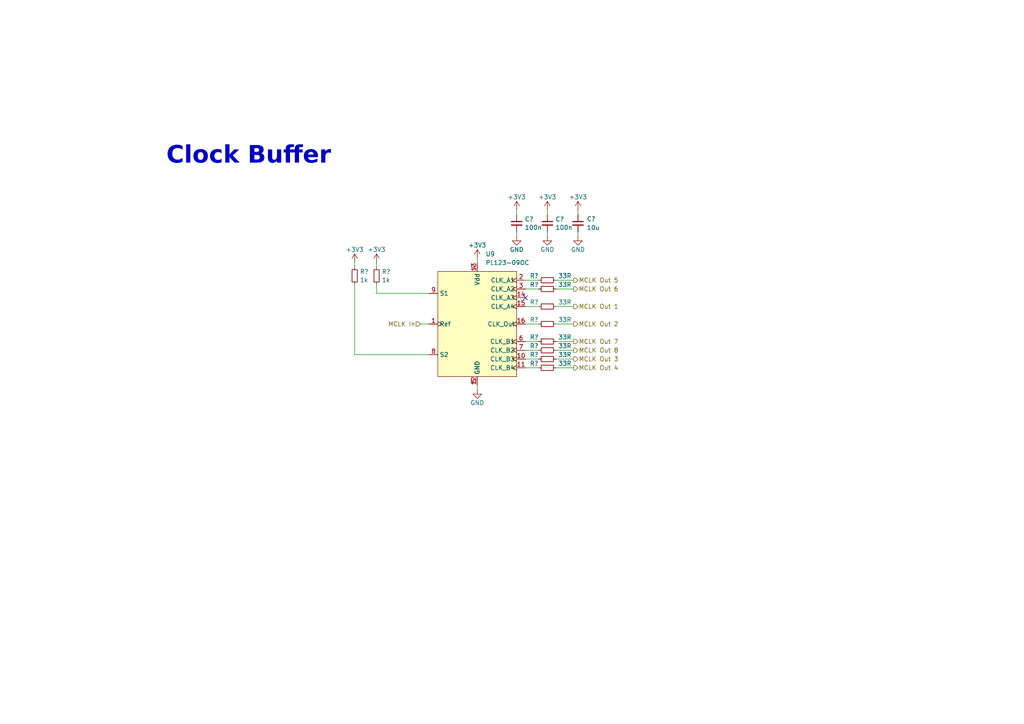
<source format=kicad_sch>
(kicad_sch (version 20230121) (generator eeschema)
  (paper "A4")
  (title_block (title "SmallDSP Maxi") (date "2024-02-19") (rev "1.1") (company "Till Heuer"))
  (lib_symbols
    (symbol "1_Project_Symbols:PL123-09OC"
      (property "Reference" "U" (at 2.54 19.05 0))
      (property "Value" "PL123-09OC" (at 6.35 16.51 0))
      (symbol "PL123-09OC_1_1"
        (rectangle (start -11.43 15.24) (end 11.43 -15.24) (fill (type background)))
        (pin input clock (at -13.97 0 0) (length 2.54) (name "Ref") (number "1"))
        (pin output clock (at 13.97 -10.16 180) (length 2.54) (name "CLK_B3") (number "10"))
        (pin output clock (at 13.97 -12.7 180) (length 2.54) (name "CLK_B4") (number "11"))
        (pin power_in line (at 0 -17.78 90) (length 2.54) (name "GND") (number "12"))
        (pin power_in line (at 0 17.78 270) (length 2.54) (name "Vdd") (number "13"))
        (pin output clock (at 13.97 7.62 180) (length 2.54) (name "CLK_A3") (number "14"))
        (pin output clock (at 13.97 5.08 180) (length 2.54) (name "CLK_A4") (number "15"))
        (pin output clock (at 13.97 0 180) (length 2.54) (name "CLK_Out") (number "16"))
        (pin output clock (at 13.97 12.7 180) (length 2.54) (name "CLK_A1") (number "2"))
        (pin output clock (at 13.97 10.16 180) (length 2.54) (name "CLK_A2") (number "3"))
        (pin power_in line (at 0 17.78 270) (length 2.54) (name "Vdd") (number "4"))
        (pin power_in line (at 0 -17.78 90) (length 2.54) (name "GND") (number "5"))
        (pin output clock (at 13.97 -5.08 180) (length 2.54) (name "CLK_B1") (number "6"))
        (pin output clock (at 13.97 -7.62 180) (length 2.54) (name "CLK_B2") (number "7"))
        (pin input line (at -13.97 -8.89 0) (length 2.54) (name "S2") (number "8"))
        (pin input line (at -13.97 8.89 0) (length 2.54) (name "S1") (number "9"))
      )
    )
    (symbol "Device:C_Small" (pin_numbers hide) (pin_names (offset 0.254) hide)
      (property "Reference" "C" (at 0.254 1.778 0))
      (property "Value" "C_Small" (at 0.254 -2.032 0))
      (symbol "C_Small_0_1"
        (polyline (pts (xy -1.524 -0.508) (xy 1.524 -0.508)) (stroke (width 0.3302)))
        (polyline (pts (xy -1.524 0.508) (xy 1.524 0.508)) (stroke (width 0.3048)))
      )
      (symbol "C_Small_1_1"
        (pin passive line (at 0 2.54 270) (length 2.032) (name "~") (number "1"))
        (pin passive line (at 0 -2.54 90) (length 2.032) (name "~") (number "2"))
      )
    )
    (symbol "Device:R_Small" (pin_numbers hide) (pin_names (offset 0.254) hide)
      (property "Reference" "R" (at 0.762 0.508 0))
      (property "Value" "R_Small" (at 0.762 -1.016 0))
      (symbol "R_Small_0_1"
        (rectangle (start -0.762 1.778) (end 0.762 -1.778) (stroke (width 0.2032)))
      )
      (symbol "R_Small_1_1"
        (pin passive line (at 0 2.54 270) (length 0.762) (name "~") (number "1"))
        (pin passive line (at 0 -2.54 90) (length 0.762) (name "~") (number "2"))
      )
    )
    (symbol "power:+3V3" (power) (pin_names (offset 0))
      (property "Value" "+3V3" (at 0 3.556 0))
      (symbol "+3V3_0_1"
        (polyline (pts (xy -0.762 1.27) (xy 0 2.54)))
        (polyline (pts (xy 0 0) (xy 0 2.54)))
        (polyline (pts (xy 0 2.54) (xy 0.762 1.27)))
      )
      (symbol "+3V3_1_1"
        (pin power_in line (at 0 0 90) (length 0) hide (name "+3V3") (number "1"))
      )
    )
    (symbol "power:GND" (power) (pin_names (offset 0))
      (property "Value" "GND" (at 0 -3.81 0))
      (symbol "GND_0_1"
        (polyline (pts (xy 0 0) (xy 0 -1.27) (xy 1.27 -1.27) (xy 0 -2.54) (xy -1.27 -1.27) (xy 0 -1.27)))
      )
      (symbol "GND_1_1"
        (pin power_in line (at 0 0 270) (length 0) hide (name "GND") (number "1"))
      )
    )
  )
  (no_connect (at 152.4 86.36))
  (wire (pts (xy 152.4 93.98) (xy 156.21 93.98)))
  (wire (pts (xy 152.4 83.82) (xy 156.21 83.82)))
  (wire (pts (xy 152.4 106.68) (xy 156.21 106.68)))
  (wire (pts (xy 102.87 102.87) (xy 124.46 102.87)))
  (wire (pts (xy 158.75 67.31) (xy 158.75 68.58)))
  (wire (pts (xy 109.22 85.09) (xy 124.46 85.09)))
  (wire (pts (xy 109.22 82.55) (xy 109.22 85.09)))
  (wire (pts (xy 152.4 104.14) (xy 156.21 104.14)))
  (wire (pts (xy 149.86 60.96) (xy 149.86 62.23)))
  (wire (pts (xy 161.29 83.82) (xy 166.37 83.82)))
  (wire (pts (xy 152.4 101.6) (xy 156.21 101.6)))
  (wire (pts (xy 167.64 60.96) (xy 167.64 62.23)))
  (wire (pts (xy 152.4 81.28) (xy 156.21 81.28)))
  (wire (pts (xy 102.87 82.55) (xy 102.87 102.87)))
  (wire (pts (xy 161.29 101.6) (xy 166.37 101.6)))
  (wire (pts (xy 161.29 81.28) (xy 166.37 81.28)))
  (wire (pts (xy 152.4 99.06) (xy 156.21 99.06)))
  (wire (pts (xy 161.29 104.14) (xy 166.37 104.14)))
  (wire (pts (xy 138.43 111.76) (xy 138.43 113.03)))
  (wire (pts (xy 161.29 106.68) (xy 166.37 106.68)))
  (wire (pts (xy 109.22 77.47) (xy 109.22 76.2)))
  (wire (pts (xy 158.75 60.96) (xy 158.75 62.23)))
  (wire (pts (xy 161.29 93.98) (xy 166.37 93.98)))
  (wire (pts (xy 161.29 88.9) (xy 166.37 88.9)))
  (wire (pts (xy 138.43 74.93) (xy 138.43 76.2)))
  (wire (pts (xy 149.86 67.31) (xy 149.86 68.58)))
  (wire (pts (xy 121.92 93.98) (xy 124.46 93.98)))
  (wire (pts (xy 167.64 67.31) (xy 167.64 68.58)))
  (wire (pts (xy 161.29 99.06) (xy 166.37 99.06)))
  (wire (pts (xy 102.87 77.47) (xy 102.87 76.2)))
  (wire (pts (xy 152.4 88.9) (xy 156.21 88.9)))
  (text "Clock Buffer" (at 48.26 49.53 0) (effects (font (size 5 5) (thickness 1) bold) (justify left bottom)))
  (hierarchical_label "MCLK Out 4" (shape output) (at 166.37 106.68 0))
  (hierarchical_label "MCLK Out 5" (shape output) (at 166.37 81.28 0))
  (hierarchical_label "MCLK Out 3" (shape output) (at 166.37 104.14 0))
  (hierarchical_label "MCLK Out 7" (shape output) (at 166.37 99.06 0))
  (hierarchical_label "MCLK Out 2" (shape output) (at 166.37 93.98 0))
  (hierarchical_label "MCLK Out 1" (shape output) (at 166.37 88.9 0))
  (hierarchical_label "MCLK In" (shape input) (at 121.92 93.98 180))
  (hierarchical_label "MCLK Out 6" (shape output) (at 166.37 83.82 0))
  (hierarchical_label "MCLK Out 8" (shape output) (at 166.37 101.6 0))
  (symbol (lib_id "Device:R_Small") (at 109.22 80.01 0) (unit 1)
    (property "Reference" "R?" (at 110.7186 78.7979 0) (effects (justify left)))
    (property "Value" "1k" (at 110.7186 81.2221 0) (effects (justify left)))
    (property "Footprint" "Resistor_SMD:R_0402_1005Metric" (effects hide))
    (property "Assembling" "X" (effects hide))
    (property "Manufacturer" "UNI-ROYAL(Uniroyal Elec)" (effects hide))
    (property "Part Number" "0402WGF1001TCE" (effects hide))
    (property "Rated Power" "62.5mW" (effects hide))
    (property "Tolerance" "1%" (effects hide))
    (property "LCSC Part #" "C11702" (effects hide))
    (instances (project "SmallDSPMaxi" (path "" (reference "R?") (unit 1)) (path "" (reference "R44") (unit 1))))
  )
  (symbol (lib_id "1_Project_Symbols:PL123-09OC") (at 138.43 93.98 0) (unit 1)
    (property "Reference" "U9" (at 140.803 73.66 0) (effects (justify left)))
    (property "Value" "PL123-09OC" (at 140.803 76.2 0) (effects (justify left)))
    (property "Footprint" "Package_SO:TSSOP-16_4.4x5mm_P0.65mm" (effects hide))
    (property "LCSC Part #" "-" (effects hide))
    (property "Manufacturer" "Microchip" (effects hide))
    (property "Part Number" "PL123-09OC" (effects hide))
  )
  (symbol (lib_id "Device:R_Small") (at 158.75 81.28 90) (unit 1)
    (property "Reference" "R?" (at 154.94 80.01 90))
    (property "Value" "33R" (at 163.83 80.01 90))
    (property "Footprint" "Resistor_SMD:R_0402_1005Metric" (effects hide))
    (property "Assembling" "X" (effects hide))
    (property "Manufacturer" "UNI-ROYAL(Uniroyal Elec)" (effects hide))
    (property "Part Number" "0402WGF330JTCE" (effects hide))
    (property "Rated Power" "62.5mW" (effects hide))
    (property "Tolerance" "1%" (effects hide))
    (property "LCSC Part #" "C25105" (effects hide))
    (instances (project "SmallDSPMaxi" (path "" (reference "R?") (unit 1)) (path "" (reference "R45") (unit 1))))
  )
  (symbol (lib_id "Device:R_Small") (at 158.75 106.68 90) (unit 1)
    (property "Reference" "R?" (at 154.94 105.41 90))
    (property "Value" "33R" (at 163.83 105.41 90))
    (property "Footprint" "Resistor_SMD:R_0402_1005Metric" (effects hide))
    (property "Assembling" "X" (effects hide))
    (property "Manufacturer" "UNI-ROYAL(Uniroyal Elec)" (effects hide))
    (property "Part Number" "0402WGF330JTCE" (effects hide))
    (property "Rated Power" "62.5mW" (effects hide))
    (property "Tolerance" "1%" (effects hide))
    (property "LCSC Part #" "C25105" (effects hide))
    (instances (project "SmallDSPMaxi" (path "" (reference "R?") (unit 1)) (path "" (reference "R52") (unit 1))))
  )
  (symbol (lib_id "Device:R_Small") (at 158.75 88.9 90) (unit 1)
    (property "Reference" "R?" (at 154.94 87.63 90))
    (property "Value" "33R" (at 163.83 87.63 90))
    (property "Footprint" "Resistor_SMD:R_0402_1005Metric" (effects hide))
    (property "Assembling" "X" (effects hide))
    (property "Manufacturer" "UNI-ROYAL(Uniroyal Elec)" (effects hide))
    (property "Part Number" "0402WGF330JTCE" (effects hide))
    (property "Rated Power" "62.5mW" (effects hide))
    (property "Tolerance" "1%" (effects hide))
    (property "LCSC Part #" "C25105" (effects hide))
    (instances (project "SmallDSPMaxi" (path "" (reference "R?") (unit 1)) (path "" (reference "R47") (unit 1))))
  )
  (symbol (lib_id "power:GND") (at 138.43 113.03 0) (unit 1)
    (property "Reference" "#PWR0122" (effects hide))
    (property "Value" "GND" (at 138.43 116.84 0))
  )
  (symbol (lib_id "power:GND") (at 158.75 68.58 0) (unit 1)
    (property "Reference" "#PWR?" (effects hide))
    (property "Value" "GND" (at 158.75 72.39 0))
    (instances (project "SmallDSPMaxi" (path "" (reference "#PWR?") (unit 1)) (path "" (reference "#PWR0126") (unit 1))))
  )
  (symbol (lib_id "Device:C_Small") (at 167.64 64.77 0) (unit 1)
    (property "Reference" "C?" (at 170.18 63.5 0) (effects (justify left)))
    (property "Value" "10u" (at 170.18 66.04 0) (effects (justify left)))
    (property "Footprint" "Capacitor_SMD:C_0603_1608Metric" (effects hide))
    (property "Dielectric" "X5R" (effects hide))
    (property "Notes" "-50%@5VDC" (effects hide))
    (property "Rated Voltage" "25V" (effects hide))
    (property "Assembling" "X" (effects hide))
    (property "Manufacturer" "Samsung Electro-Mechanics" (effects hide))
    (property "Part Number" "CL10A106MA8NRNC" (effects hide))
    (property "Tolerance" "10%" (effects hide))
    (property "LCSC Part #" "C96446" (effects hide))
    (instances (project "SmallDSPMaxi" (path "" (reference "C?") (unit 1)) (path "" (reference "C?") (unit 1)) (path "" (reference "C47") (unit 1))))
  )
  (symbol (lib_id "Device:R_Small") (at 102.87 80.01 0) (unit 1)
    (property "Reference" "R?" (at 104.3686 78.7979 0) (effects (justify left)))
    (property "Value" "1k" (at 104.3686 81.2221 0) (effects (justify left)))
    (property "Footprint" "Resistor_SMD:R_0402_1005Metric" (effects hide))
    (property "Assembling" "X" (effects hide))
    (property "Manufacturer" "UNI-ROYAL(Uniroyal Elec)" (effects hide))
    (property "Part Number" "0402WGF1001TCE" (effects hide))
    (property "Rated Power" "62.5mW" (effects hide))
    (property "Tolerance" "1%" (effects hide))
    (property "LCSC Part #" "C11702" (effects hide))
    (instances (project "SmallDSPMaxi" (path "" (reference "R?") (unit 1)) (path "" (reference "R43") (unit 1))))
  )
  (symbol (lib_id "Device:R_Small") (at 158.75 104.14 90) (unit 1)
    (property "Reference" "R?" (at 154.94 102.87 90))
    (property "Value" "33R" (at 163.83 102.87 90))
    (property "Footprint" "Resistor_SMD:R_0402_1005Metric" (effects hide))
    (property "Assembling" "X" (effects hide))
    (property "Manufacturer" "UNI-ROYAL(Uniroyal Elec)" (effects hide))
    (property "Part Number" "0402WGF330JTCE" (effects hide))
    (property "Rated Power" "62.5mW" (effects hide))
    (property "Tolerance" "1%" (effects hide))
    (property "LCSC Part #" "C25105" (effects hide))
    (instances (project "SmallDSPMaxi" (path "" (reference "R?") (unit 1)) (path "" (reference "R51") (unit 1))))
  )
  (symbol (lib_id "Device:R_Small") (at 158.75 101.6 90) (unit 1)
    (property "Reference" "R?" (at 154.94 100.33 90))
    (property "Value" "33R" (at 163.83 100.33 90))
    (property "Footprint" "Resistor_SMD:R_0402_1005Metric" (effects hide))
    (property "Assembling" "X" (effects hide))
    (property "Manufacturer" "UNI-ROYAL(Uniroyal Elec)" (effects hide))
    (property "Part Number" "0402WGF330JTCE" (effects hide))
    (property "Rated Power" "62.5mW" (effects hide))
    (property "Tolerance" "1%" (effects hide))
    (property "LCSC Part #" "C25105" (effects hide))
    (instances (project "SmallDSPMaxi" (path "" (reference "R?") (unit 1)) (path "" (reference "R50") (unit 1))))
  )
  (symbol (lib_id "power:GND") (at 167.64 68.58 0) (unit 1)
    (property "Reference" "#PWR?" (effects hide))
    (property "Value" "GND" (at 167.64 72.39 0))
    (instances (project "SmallDSPMaxi" (path "" (reference "#PWR?") (unit 1)) (path "" (reference "#PWR?") (unit 1)) (path "" (reference "#PWR0128") (unit 1))))
  )
  (symbol (lib_id "Device:R_Small") (at 158.75 99.06 90) (unit 1)
    (property "Reference" "R?" (at 154.94 97.79 90))
    (property "Value" "33R" (at 163.83 97.79 90))
    (property "Footprint" "Resistor_SMD:R_0402_1005Metric" (effects hide))
    (property "Assembling" "X" (effects hide))
    (property "Manufacturer" "UNI-ROYAL(Uniroyal Elec)" (effects hide))
    (property "Part Number" "0402WGF330JTCE" (effects hide))
    (property "Rated Power" "62.5mW" (effects hide))
    (property "Tolerance" "1%" (effects hide))
    (property "LCSC Part #" "C25105" (effects hide))
    (instances (project "SmallDSPMaxi" (path "" (reference "R?") (unit 1)) (path "" (reference "R49") (unit 1))))
  )
  (symbol (lib_id "Device:C_Small") (at 149.86 64.77 0) (unit 1)
    (property "Reference" "C?" (at 152.1841 63.5642 0) (effects (justify left)))
    (property "Value" "100n" (at 152.1841 65.9884 0) (effects (justify left)))
    (property "Footprint" "Capacitor_SMD:C_0402_1005Metric" (effects hide))
    (property "Dielectric" "X7R" (effects hide))
    (property "Notes" "-25%@10VDC" (effects hide))
    (property "Rated Voltage" "50V" (effects hide))
    (property "Assembling" "X" (effects hide))
    (property "Manufacturer" "Samsung Electro-Mechanics" (effects hide))
    (property "Part Number" "CL05B104KB54PNC" (effects hide))
    (property "Tolerance" "10%" (effects hide))
    (property "LCSC Part #" "C307331" (effects hide))
    (instances (project "SmallDSPMaxi" (path "" (reference "C?") (unit 1)) (path "" (reference "C45") (unit 1))))
  )
  (symbol (lib_id "Device:R_Small") (at 158.75 93.98 90) (unit 1)
    (property "Reference" "R?" (at 154.94 92.71 90))
    (property "Value" "33R" (at 163.83 92.71 90))
    (property "Footprint" "Resistor_SMD:R_0402_1005Metric" (effects hide))
    (property "Assembling" "X" (effects hide))
    (property "Manufacturer" "UNI-ROYAL(Uniroyal Elec)" (effects hide))
    (property "Part Number" "0402WGF330JTCE" (effects hide))
    (property "Rated Power" "62.5mW" (effects hide))
    (property "Tolerance" "1%" (effects hide))
    (property "LCSC Part #" "C25105" (effects hide))
    (instances (project "SmallDSPMaxi" (path "" (reference "R?") (unit 1)) (path "" (reference "R48") (unit 1))))
  )
  (symbol (lib_id "power:+3V3") (at 102.87 76.2 0) (unit 1)
    (property "Reference" "#PWR?" (effects hide))
    (property "Value" "+3V3" (at 102.87 72.39 0))
    (instances (project "SmallDSPMaxi" (path "" (reference "#PWR?") (unit 1)) (path "" (reference "#PWR0119") (unit 1))))
  )
  (symbol (lib_id "power:+3V3") (at 109.22 76.2 0) (unit 1)
    (property "Reference" "#PWR?" (effects hide))
    (property "Value" "+3V3" (at 109.22 72.39 0))
    (instances (project "SmallDSPMaxi" (path "" (reference "#PWR?") (unit 1)) (path "" (reference "#PWR0120") (unit 1))))
  )
  (symbol (lib_id "power:+3V3") (at 149.86 60.96 0) (unit 1)
    (property "Reference" "#PWR?" (effects hide))
    (property "Value" "+3V3" (at 149.86 57.15 0))
    (instances (project "SmallDSPMaxi" (path "" (reference "#PWR?") (unit 1)) (path "" (reference "#PWR0123") (unit 1))))
  )
  (symbol (lib_id "Device:R_Small") (at 158.75 83.82 90) (unit 1)
    (property "Reference" "R?" (at 154.94 82.55 90))
    (property "Value" "33R" (at 163.83 82.55 90))
    (property "Footprint" "Resistor_SMD:R_0402_1005Metric" (effects hide))
    (property "Assembling" "X" (effects hide))
    (property "Manufacturer" "UNI-ROYAL(Uniroyal Elec)" (effects hide))
    (property "Part Number" "0402WGF330JTCE" (effects hide))
    (property "Rated Power" "62.5mW" (effects hide))
    (property "Tolerance" "1%" (effects hide))
    (property "LCSC Part #" "C25105" (effects hide))
    (instances (project "SmallDSPMaxi" (path "" (reference "R?") (unit 1)) (path "" (reference "R46") (unit 1))))
  )
  (symbol (lib_id "Device:C_Small") (at 158.75 64.77 0) (unit 1)
    (property "Reference" "C?" (at 161.0741 63.5642 0) (effects (justify left)))
    (property "Value" "100n" (at 161.0741 65.9884 0) (effects (justify left)))
    (property "Footprint" "Capacitor_SMD:C_0402_1005Metric" (effects hide))
    (property "Dielectric" "X7R" (effects hide))
    (property "Notes" "-25%@10VDC" (effects hide))
    (property "Rated Voltage" "50V" (effects hide))
    (property "Assembling" "X" (effects hide))
    (property "Manufacturer" "Samsung Electro-Mechanics" (effects hide))
    (property "Part Number" "CL05B104KB54PNC" (effects hide))
    (property "Tolerance" "10%" (effects hide))
    (property "LCSC Part #" "C307331" (effects hide))
    (instances (project "SmallDSPMaxi" (path "" (reference "C?") (unit 1)) (path "" (reference "C46") (unit 1))))
  )
  (symbol (lib_id "power:+3V3") (at 138.43 74.93 0) (unit 1)
    (property "Reference" "#PWR?" (effects hide))
    (property "Value" "+3V3" (at 138.43 71.12 0))
    (instances (project "SmallDSPMaxi" (path "" (reference "#PWR?") (unit 1)) (path "" (reference "#PWR0121") (unit 1))))
  )
  (symbol (lib_id "power:+3V3") (at 158.75 60.96 0) (unit 1)
    (property "Reference" "#PWR?" (effects hide))
    (property "Value" "+3V3" (at 158.75 57.15 0))
    (instances (project "SmallDSPMaxi" (path "" (reference "#PWR?") (unit 1)) (path "" (reference "#PWR0125") (unit 1))))
  )
  (symbol (lib_id "power:+3V3") (at 167.64 60.96 0) (unit 1)
    (property "Reference" "#PWR?" (effects hide))
    (property "Value" "+3V3" (at 167.64 57.15 0))
    (instances (project "SmallDSPMaxi" (path "" (reference "#PWR?") (unit 1)) (path "" (reference "#PWR?") (unit 1)) (path "" (reference "#PWR0127") (unit 1))))
  )
  (symbol (lib_id "power:GND") (at 149.86 68.58 0) (unit 1)
    (property "Reference" "#PWR?" (effects hide))
    (property "Value" "GND" (at 149.86 72.39 0))
    (instances (project "SmallDSPMaxi" (path "" (reference "#PWR?") (unit 1)) (path "" (reference "#PWR0124") (unit 1))))
  )
)
</source>
